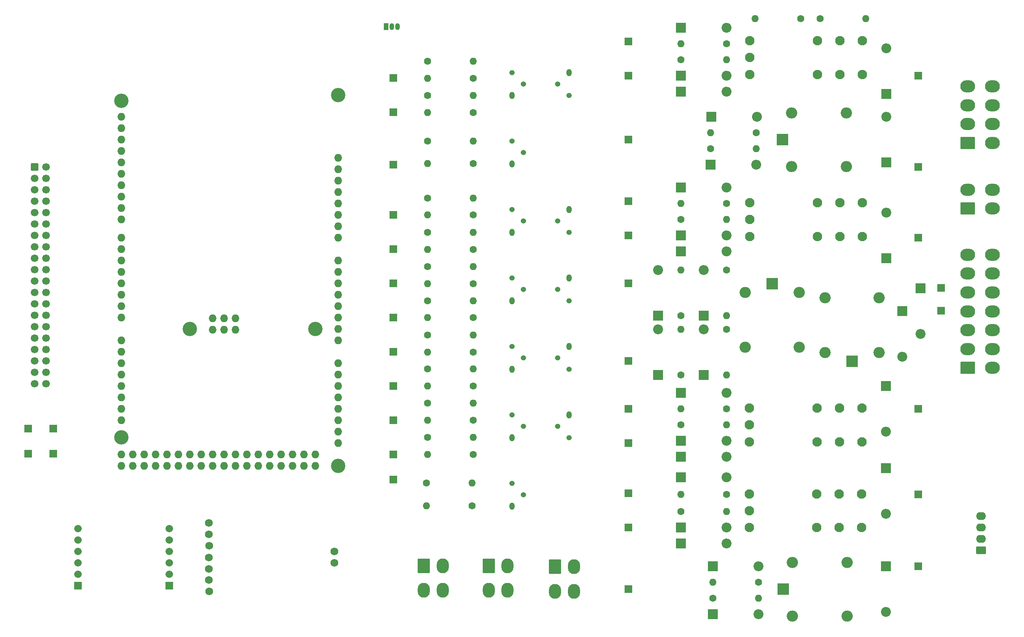
<source format=gbs>
%TF.GenerationSoftware,KiCad,Pcbnew,(6.0.8)*%
%TF.CreationDate,2022-12-04T12:12:00-06:00*%
%TF.ProjectId,Actuator Box,41637475-6174-46f7-9220-426f782e6b69,rev?*%
%TF.SameCoordinates,Original*%
%TF.FileFunction,Soldermask,Bot*%
%TF.FilePolarity,Negative*%
%FSLAX46Y46*%
G04 Gerber Fmt 4.6, Leading zero omitted, Abs format (unit mm)*
G04 Created by KiCad (PCBNEW (6.0.8)) date 2022-12-04 12:12:00*
%MOMM*%
%LPD*%
G01*
G04 APERTURE LIST*
G04 Aperture macros list*
%AMRoundRect*
0 Rectangle with rounded corners*
0 $1 Rounding radius*
0 $2 $3 $4 $5 $6 $7 $8 $9 X,Y pos of 4 corners*
0 Add a 4 corners polygon primitive as box body*
4,1,4,$2,$3,$4,$5,$6,$7,$8,$9,$2,$3,0*
0 Add four circle primitives for the rounded corners*
1,1,$1+$1,$2,$3*
1,1,$1+$1,$4,$5*
1,1,$1+$1,$6,$7*
1,1,$1+$1,$8,$9*
0 Add four rect primitives between the rounded corners*
20,1,$1+$1,$2,$3,$4,$5,0*
20,1,$1+$1,$4,$5,$6,$7,0*
20,1,$1+$1,$6,$7,$8,$9,0*
20,1,$1+$1,$8,$9,$2,$3,0*%
G04 Aperture macros list end*
%ADD10C,3.200000*%
%ADD11O,1.727200X1.727200*%
%ADD12R,2.200000X2.200000*%
%ADD13O,2.200000X2.200000*%
%ADD14O,1.200000X1.600000*%
%ADD15O,1.200000X1.200000*%
%ADD16C,1.600000*%
%ADD17O,1.600000X1.600000*%
%ADD18R,2.500000X2.500000*%
%ADD19O,2.500000X2.500000*%
%ADD20R,1.700000X1.700000*%
%ADD21RoundRect,0.250001X-1.099999X-1.399999X1.099999X-1.399999X1.099999X1.399999X-1.099999X1.399999X0*%
%ADD22O,2.700000X3.300000*%
%ADD23RoundRect,0.250001X1.399999X-1.099999X1.399999X1.099999X-1.399999X1.099999X-1.399999X-1.099999X0*%
%ADD24O,3.300000X2.700000*%
%ADD25C,2.100000*%
%ADD26R,1.665000X1.665000*%
%ADD27C,1.665000*%
%ADD28RoundRect,0.250000X0.845000X-0.620000X0.845000X0.620000X-0.845000X0.620000X-0.845000X-0.620000X0*%
%ADD29O,2.190000X1.740000*%
%ADD30C,1.727200*%
%ADD31RoundRect,0.250000X-0.600000X-0.600000X0.600000X-0.600000X0.600000X0.600000X-0.600000X0.600000X0*%
%ADD32C,1.700000*%
%ADD33R,1.050000X1.500000*%
%ADD34O,1.050000X1.500000*%
G04 APERTURE END LIST*
D10*
%TO.C,XA1*%
X107100500Y-134850000D03*
X140120500Y-82780000D03*
X140120500Y-165330000D03*
X91860500Y-158980000D03*
X135040500Y-134850000D03*
X91860500Y-84050000D03*
D11*
X140120500Y-96750000D03*
X140120500Y-104370000D03*
X140120500Y-106910000D03*
X112180500Y-134977000D03*
X91860500Y-162790000D03*
X91860500Y-165330000D03*
X140120500Y-119610000D03*
X140120500Y-122150000D03*
X140120500Y-124690000D03*
X140120500Y-127230000D03*
X140120500Y-129770000D03*
X140120500Y-132310000D03*
X140120500Y-134850000D03*
X140120500Y-137390000D03*
X140120500Y-142470000D03*
X140120500Y-145010000D03*
X140120500Y-147550000D03*
X140120500Y-150090000D03*
X140120500Y-152630000D03*
X140120500Y-155170000D03*
X140120500Y-157710000D03*
X140120500Y-160250000D03*
X91860500Y-92686000D03*
X91860500Y-132310000D03*
X91860500Y-129770000D03*
X91860500Y-127230000D03*
X91860500Y-124690000D03*
X91860500Y-122150000D03*
X91860500Y-119610000D03*
X91860500Y-117070000D03*
X91860500Y-114530000D03*
X91860500Y-110466000D03*
X91860500Y-107926000D03*
X91860500Y-105386000D03*
X91860500Y-102846000D03*
X91860500Y-100306000D03*
X91860500Y-97766000D03*
X91860500Y-137390000D03*
X91860500Y-139930000D03*
X91860500Y-142470000D03*
X91860500Y-145010000D03*
X91860500Y-147550000D03*
X91860500Y-150090000D03*
X91860500Y-152630000D03*
X91860500Y-155170000D03*
X94400500Y-162790000D03*
X94400500Y-165330000D03*
X96940500Y-162790000D03*
X96940500Y-165330000D03*
X99480500Y-162790000D03*
X99480500Y-165330000D03*
X102020500Y-162790000D03*
X102020500Y-165330000D03*
X104560500Y-162790000D03*
X104560500Y-165330000D03*
X107100500Y-162790000D03*
X107100500Y-165330000D03*
X109640500Y-162790000D03*
X109640500Y-165330000D03*
X112180500Y-162790000D03*
X112180500Y-165330000D03*
X114720500Y-162790000D03*
X114720500Y-165330000D03*
X117260500Y-162790000D03*
X117260500Y-165330000D03*
X119800500Y-162790000D03*
X119800500Y-165330000D03*
X122340500Y-162790000D03*
X122340500Y-165330000D03*
X124880500Y-162790000D03*
X124880500Y-165330000D03*
X127420500Y-162790000D03*
X127420500Y-165330000D03*
X129960500Y-162790000D03*
X129960500Y-165330000D03*
X132500500Y-162790000D03*
X132500500Y-165330000D03*
X91860500Y-95226000D03*
X140120500Y-109450000D03*
X140120500Y-111990000D03*
X117260500Y-134977000D03*
X135040500Y-162790000D03*
X135040500Y-165330000D03*
X140120500Y-99290000D03*
X112180500Y-132437000D03*
X114720500Y-134977000D03*
X140120500Y-101830000D03*
X117260500Y-132437000D03*
X114720500Y-132437000D03*
X91860500Y-87606000D03*
X91860500Y-90146000D03*
X140120500Y-114530000D03*
%TD*%
D12*
%TO.C,D2*%
X223012000Y-98298000D03*
D13*
X233172000Y-98298000D03*
%TD*%
D12*
%TO.C,D31*%
X265684000Y-130885500D03*
D13*
X265684000Y-141045500D03*
%TD*%
D14*
%TO.C,Q7*%
X178816000Y-143800000D03*
D15*
X181356000Y-141260000D03*
X178816000Y-138720000D03*
%TD*%
D16*
%TO.C,R25*%
X170126000Y-139990000D03*
D17*
X159966000Y-139990000D03*
%TD*%
D12*
%TO.C,D30*%
X211328000Y-131901500D03*
D13*
X211328000Y-121741500D03*
%TD*%
D18*
%TO.C,K11*%
X236728000Y-124738000D03*
D19*
X230728000Y-126738000D03*
X230728000Y-138938000D03*
X242728000Y-138938000D03*
X242728000Y-126738000D03*
%TD*%
D20*
%TO.C,REF\u002A\u002A*%
X204724000Y-179070000D03*
%TD*%
%TO.C,REF\u002A\u002A*%
X204724000Y-70866000D03*
%TD*%
D21*
%TO.C,J4*%
X159190000Y-187540000D03*
D22*
X163390000Y-187540000D03*
X159190000Y-193040000D03*
X163390000Y-193040000D03*
%TD*%
D23*
%TO.C,J3*%
X280214000Y-93422000D03*
D24*
X280214000Y-89222000D03*
X280214000Y-85022000D03*
X280214000Y-80822000D03*
X285714000Y-93422000D03*
X285714000Y-89222000D03*
X285714000Y-85022000D03*
X285714000Y-80822000D03*
%TD*%
D25*
%TO.C,K6*%
X231648000Y-179070000D03*
X246648000Y-179070000D03*
X251648000Y-179070000D03*
X256648000Y-179070000D03*
X256648000Y-171570000D03*
X251648000Y-171570000D03*
X246648000Y-171570000D03*
X231648000Y-171570000D03*
X231648000Y-175320000D03*
%TD*%
D12*
%TO.C,D26*%
X262128000Y-82550000D03*
D13*
X262128000Y-72390000D03*
%TD*%
D16*
%TO.C,R19*%
X159966000Y-136180000D03*
D17*
X170126000Y-136180000D03*
%TD*%
D16*
%TO.C,R28*%
X170126000Y-162790000D03*
D17*
X159966000Y-162790000D03*
%TD*%
D21*
%TO.C,J6*%
X188400000Y-187742000D03*
D22*
X192600000Y-187742000D03*
X188400000Y-193242000D03*
X192600000Y-193242000D03*
%TD*%
D20*
%TO.C,REF\u002A\u002A*%
X152400000Y-98298000D03*
%TD*%
D14*
%TO.C,Q5*%
X178816000Y-128560000D03*
D15*
X181356000Y-126020000D03*
X178816000Y-123480000D03*
%TD*%
D26*
%TO.C,IC1*%
X102540000Y-192000000D03*
D27*
X102540000Y-189460000D03*
X102540000Y-186920000D03*
X102540000Y-184380000D03*
X102540000Y-181840000D03*
X102540000Y-179300000D03*
D26*
X82220000Y-192000000D03*
D27*
X82220000Y-189460000D03*
X82220000Y-186920000D03*
X82220000Y-184380000D03*
X82220000Y-181840000D03*
X82220000Y-179300000D03*
%TD*%
D12*
%TO.C,D17*%
X216408000Y-179070000D03*
D13*
X226568000Y-179070000D03*
%TD*%
D12*
%TO.C,D13*%
X216408000Y-182626000D03*
D13*
X226568000Y-182626000D03*
%TD*%
D20*
%TO.C,REF\u002A\u002A*%
X204724000Y-160274000D03*
%TD*%
%TO.C,REF\u002A\u002A*%
X152400000Y-86614000D03*
%TD*%
%TO.C,REF\u002A\u002A*%
X76708000Y-162584000D03*
%TD*%
D16*
%TO.C,R14*%
X216408000Y-110490000D03*
D17*
X226568000Y-110490000D03*
%TD*%
D16*
%TO.C,R21*%
X159966000Y-151360000D03*
D17*
X170126000Y-151360000D03*
%TD*%
D12*
%TO.C,D10*%
X216408000Y-149029000D03*
D13*
X226568000Y-149029000D03*
%TD*%
D16*
%TO.C,R7*%
X223012000Y-94742000D03*
D17*
X233172000Y-94742000D03*
%TD*%
D18*
%TO.C,K2*%
X239000500Y-92710000D03*
D19*
X241000500Y-98710000D03*
X253200500Y-98710000D03*
X253200500Y-86710000D03*
X241000500Y-86710000D03*
%TD*%
D16*
%TO.C,R13*%
X159766000Y-169140000D03*
D17*
X169926000Y-169140000D03*
%TD*%
D20*
%TO.C,REF\u002A\u002A*%
X269240000Y-114554000D03*
%TD*%
D12*
%TO.C,D29*%
X211328000Y-145109500D03*
D13*
X211328000Y-134949500D03*
%TD*%
D16*
%TO.C,R22*%
X159966000Y-158980000D03*
D17*
X170126000Y-158980000D03*
%TD*%
D25*
%TO.C,K5*%
X231670000Y-159960000D03*
X246670000Y-159960000D03*
X251670000Y-159960000D03*
X256670000Y-159960000D03*
X256670000Y-152460000D03*
X251670000Y-152460000D03*
X246670000Y-152460000D03*
X231670000Y-152460000D03*
X231670000Y-156210000D03*
%TD*%
D16*
%TO.C,R5*%
X159966000Y-120940000D03*
D17*
X170126000Y-120940000D03*
%TD*%
D16*
%TO.C,R47*%
X226568000Y-134949500D03*
D17*
X226568000Y-145109500D03*
%TD*%
D12*
%TO.C,D16*%
X216408000Y-159766000D03*
D13*
X226568000Y-159766000D03*
%TD*%
D14*
%TO.C,Q6*%
X191516000Y-123480000D03*
D15*
X188976000Y-126020000D03*
X191516000Y-128560000D03*
%TD*%
D12*
%TO.C,D20*%
X262023000Y-147574000D03*
D13*
X262023000Y-157734000D03*
%TD*%
D16*
%TO.C,R10*%
X170126000Y-117130000D03*
D17*
X159966000Y-117130000D03*
%TD*%
D12*
%TO.C,D1*%
X223204000Y-87621500D03*
D13*
X233364000Y-87621500D03*
%TD*%
D20*
%TO.C,REF\u002A\u002A*%
X204724000Y-114046000D03*
%TD*%
D12*
%TO.C,D25*%
X216408000Y-78486000D03*
D13*
X226568000Y-78486000D03*
%TD*%
D12*
%TO.C,D8*%
X216408000Y-114046000D03*
D13*
X226568000Y-114046000D03*
%TD*%
D16*
%TO.C,R6*%
X159966000Y-128560000D03*
D17*
X170126000Y-128560000D03*
%TD*%
D23*
%TO.C,J7*%
X280214000Y-108018000D03*
D24*
X280214000Y-103818000D03*
X285714000Y-108018000D03*
X285714000Y-103818000D03*
%TD*%
D16*
%TO.C,R41*%
X226568000Y-71374000D03*
D17*
X216408000Y-71374000D03*
%TD*%
D14*
%TO.C,Q4*%
X191516000Y-108240000D03*
D15*
X188976000Y-110780000D03*
X191516000Y-113320000D03*
%TD*%
D20*
%TO.C,REF\u002A\u002A*%
X204724000Y-152654000D03*
%TD*%
D14*
%TO.C,Q3*%
X178816000Y-113320000D03*
D15*
X181356000Y-110780000D03*
X178816000Y-108240000D03*
%TD*%
D20*
%TO.C,REF\u002A\u002A*%
X204724000Y-106426000D03*
%TD*%
%TO.C,REF\u002A\u002A*%
X204724000Y-124714000D03*
%TD*%
%TO.C,REF\u002A\u002A*%
X152400000Y-147574000D03*
%TD*%
%TO.C,REF\u002A\u002A*%
X152400000Y-117094000D03*
%TD*%
D12*
%TO.C,D7*%
X262128000Y-119126000D03*
D13*
X262128000Y-108966000D03*
%TD*%
D20*
%TO.C,REF\u002A\u002A*%
X204724000Y-171450000D03*
%TD*%
D23*
%TO.C,J2*%
X280214000Y-143510000D03*
D24*
X280214000Y-139310000D03*
X280214000Y-135110000D03*
X280214000Y-130910000D03*
X280214000Y-126710000D03*
X280214000Y-122510000D03*
X280214000Y-118310000D03*
X285714000Y-143510000D03*
X285714000Y-139310000D03*
X285714000Y-135110000D03*
X285714000Y-130910000D03*
X285714000Y-126710000D03*
X285714000Y-122510000D03*
X285714000Y-118310000D03*
%TD*%
D14*
%TO.C,Q12*%
X191516000Y-153960000D03*
D15*
X188976000Y-156500000D03*
X191516000Y-159040000D03*
%TD*%
D16*
%TO.C,R12*%
X170126000Y-132310000D03*
D17*
X159966000Y-132310000D03*
%TD*%
D16*
%TO.C,R16*%
X169926000Y-174220000D03*
D17*
X159766000Y-174220000D03*
%TD*%
D16*
%TO.C,R43*%
X226568000Y-171704000D03*
D17*
X216408000Y-171704000D03*
%TD*%
D16*
%TO.C,R42*%
X226568000Y-152654000D03*
D17*
X216408000Y-152654000D03*
%TD*%
D20*
%TO.C,REF\u002A\u002A*%
X274320000Y-125730000D03*
%TD*%
%TO.C,REF\u002A\u002A*%
X76708000Y-156996000D03*
%TD*%
D12*
%TO.C,D12*%
X216408000Y-167894000D03*
D13*
X226568000Y-167894000D03*
%TD*%
D12*
%TO.C,D24*%
X216408000Y-82042000D03*
D13*
X226568000Y-82042000D03*
%TD*%
D16*
%TO.C,R23*%
X223520000Y-194818000D03*
D17*
X233680000Y-194818000D03*
%TD*%
D20*
%TO.C,REF\u002A\u002A*%
X152400000Y-78994000D03*
%TD*%
%TO.C,REF\u002A\u002A*%
X152400000Y-109474000D03*
%TD*%
D28*
%TO.C,M1*%
X283230000Y-184150000D03*
D29*
X283230000Y-181610000D03*
X283230000Y-179070000D03*
X283230000Y-176530000D03*
%TD*%
D16*
%TO.C,R45*%
X216408000Y-145109500D03*
D17*
X216408000Y-134949500D03*
%TD*%
D20*
%TO.C,REF\u002A\u002A*%
X204724000Y-92710000D03*
%TD*%
D16*
%TO.C,R9*%
X170126000Y-109450000D03*
D17*
X159966000Y-109450000D03*
%TD*%
D20*
%TO.C,REF\u002A\u002A*%
X269240000Y-187706000D03*
%TD*%
D16*
%TO.C,R2*%
X170126000Y-98020000D03*
D17*
X159966000Y-98020000D03*
%TD*%
D16*
%TO.C,R36*%
X170126000Y-79030000D03*
D17*
X159966000Y-79030000D03*
%TD*%
D14*
%TO.C,Q2*%
X178816000Y-174280000D03*
D15*
X181356000Y-171740000D03*
X178816000Y-169200000D03*
%TD*%
D12*
%TO.C,D4*%
X216408000Y-117602000D03*
D13*
X226568000Y-117602000D03*
%TD*%
D16*
%TO.C,R20*%
X159966000Y-143740000D03*
D17*
X170126000Y-143740000D03*
%TD*%
D12*
%TO.C,D15*%
X262128000Y-97790000D03*
D13*
X262128000Y-87630000D03*
%TD*%
D16*
%TO.C,R4*%
X159966000Y-113320000D03*
D17*
X170126000Y-113320000D03*
%TD*%
D12*
%TO.C,D21*%
X262023000Y-165862000D03*
D13*
X262023000Y-176022000D03*
%TD*%
D16*
%TO.C,R11*%
X170126000Y-124750000D03*
D17*
X159966000Y-124750000D03*
%TD*%
D16*
%TO.C,R38*%
X243078000Y-65786000D03*
D17*
X232918000Y-65786000D03*
%TD*%
D14*
%TO.C,Q8*%
X191516000Y-138720000D03*
D15*
X188976000Y-141260000D03*
X191516000Y-143800000D03*
%TD*%
D12*
%TO.C,D11*%
X216408000Y-163322000D03*
D13*
X226568000Y-163322000D03*
%TD*%
D12*
%TO.C,D23*%
X216408000Y-67818000D03*
D13*
X226568000Y-67818000D03*
%TD*%
D20*
%TO.C,REF\u002A\u002A*%
X269240000Y-98806000D03*
%TD*%
D16*
%TO.C,R32*%
X216408000Y-175514000D03*
D17*
X226568000Y-175514000D03*
%TD*%
D16*
%TO.C,R34*%
X159966000Y-75220000D03*
D17*
X170126000Y-75220000D03*
%TD*%
D25*
%TO.C,K3*%
X231753000Y-114240000D03*
X246753000Y-114240000D03*
X251753000Y-114240000D03*
X256753000Y-114240000D03*
X256753000Y-106740000D03*
X251753000Y-106740000D03*
X246753000Y-106740000D03*
X231753000Y-106740000D03*
X231753000Y-110490000D03*
%TD*%
D16*
%TO.C,R40*%
X216408000Y-74930000D03*
D17*
X226568000Y-74930000D03*
%TD*%
D16*
%TO.C,R3*%
X159966000Y-105700000D03*
D17*
X170126000Y-105700000D03*
%TD*%
D20*
%TO.C,REF\u002A\u002A*%
X152400000Y-132334000D03*
%TD*%
D25*
%TO.C,K1*%
X231753000Y-78172000D03*
X246753000Y-78172000D03*
X251753000Y-78172000D03*
X256753000Y-78172000D03*
X256753000Y-70672000D03*
X251753000Y-70672000D03*
X246753000Y-70672000D03*
X231753000Y-70672000D03*
X231753000Y-74422000D03*
%TD*%
D16*
%TO.C,R17*%
X226568000Y-106934000D03*
D17*
X216408000Y-106934000D03*
%TD*%
D20*
%TO.C,REF\u002A\u002A*%
X274320000Y-130810000D03*
%TD*%
%TO.C,REF\u002A\u002A*%
X204724000Y-192786000D03*
%TD*%
%TO.C,REF\u002A\u002A*%
X152400000Y-162814000D03*
%TD*%
D16*
%TO.C,R27*%
X170126000Y-155170000D03*
D17*
X159966000Y-155170000D03*
%TD*%
D12*
%TO.C,D5*%
X221488000Y-131901500D03*
D13*
X221488000Y-121741500D03*
%TD*%
D20*
%TO.C,REF\u002A\u002A*%
X71120000Y-162584000D03*
%TD*%
D12*
%TO.C,D19*%
X223520000Y-198374000D03*
D13*
X233680000Y-198374000D03*
%TD*%
D20*
%TO.C,REF\u002A\u002A*%
X204724000Y-141986000D03*
%TD*%
D14*
%TO.C,Q10*%
X191516000Y-77760000D03*
D15*
X188976000Y-80300000D03*
X191516000Y-82840000D03*
%TD*%
D20*
%TO.C,REF\u002A\u002A*%
X204724000Y-78486000D03*
%TD*%
D16*
%TO.C,R8*%
X233172000Y-91186000D03*
D17*
X223012000Y-91186000D03*
%TD*%
D20*
%TO.C,REF\u002A\u002A*%
X269240000Y-78486000D03*
%TD*%
%TO.C,REF\u002A\u002A*%
X269240000Y-171704000D03*
%TD*%
D30*
%TO.C,CM1*%
X111390978Y-193279957D03*
X111359022Y-190730000D03*
X111343754Y-188222945D03*
X111343754Y-185682945D03*
X111374290Y-183077055D03*
X111359022Y-180570000D03*
X111359022Y-178030000D03*
X139299022Y-186920000D03*
X139299022Y-184380000D03*
%TD*%
D14*
%TO.C,Q11*%
X178816000Y-159040000D03*
D15*
X181356000Y-156500000D03*
X178816000Y-153960000D03*
%TD*%
D16*
%TO.C,R35*%
X159966000Y-82840000D03*
D17*
X170126000Y-82840000D03*
%TD*%
D20*
%TO.C,REF\u002A\u002A*%
X152400000Y-139954000D03*
%TD*%
%TO.C,REF\u002A\u002A*%
X71120000Y-156996000D03*
%TD*%
D12*
%TO.C,D32*%
X269748000Y-125805500D03*
D13*
X269748000Y-135965500D03*
%TD*%
D16*
%TO.C,R31*%
X216408000Y-156210000D03*
D17*
X226568000Y-156210000D03*
%TD*%
D20*
%TO.C,REF\u002A\u002A*%
X152400000Y-155194000D03*
%TD*%
D16*
%TO.C,R37*%
X170126000Y-86650000D03*
D17*
X159966000Y-86650000D03*
%TD*%
D16*
%TO.C,R46*%
X216408000Y-131901500D03*
D17*
X216408000Y-121741500D03*
%TD*%
D31*
%TO.C,J5*%
X72568000Y-98806000D03*
D32*
X75108000Y-98806000D03*
X72568000Y-101346000D03*
X75108000Y-101346000D03*
X72568000Y-103886000D03*
X75108000Y-103886000D03*
X72568000Y-106426000D03*
X75108000Y-106426000D03*
X72568000Y-108966000D03*
X75108000Y-108966000D03*
X72568000Y-111506000D03*
X75108000Y-111506000D03*
X72568000Y-114046000D03*
X75108000Y-114046000D03*
X72568000Y-116586000D03*
X75108000Y-116586000D03*
X72568000Y-119126000D03*
X75108000Y-119126000D03*
X72568000Y-121666000D03*
X75108000Y-121666000D03*
X72568000Y-124206000D03*
X75108000Y-124206000D03*
X72568000Y-126746000D03*
X75108000Y-126746000D03*
X72568000Y-129286000D03*
X75108000Y-129286000D03*
X72568000Y-131826000D03*
X75108000Y-131826000D03*
X72568000Y-134366000D03*
X75108000Y-134366000D03*
X72568000Y-136906000D03*
X75108000Y-136906000D03*
X72568000Y-139446000D03*
X75108000Y-139446000D03*
X72568000Y-141986000D03*
X75108000Y-141986000D03*
X72568000Y-144526000D03*
X75108000Y-144526000D03*
X72568000Y-147066000D03*
X75108000Y-147066000D03*
%TD*%
D16*
%TO.C,R26*%
X170126000Y-147550000D03*
D17*
X159966000Y-147550000D03*
%TD*%
D12*
%TO.C,D3*%
X216408000Y-103378000D03*
D13*
X226568000Y-103378000D03*
%TD*%
D20*
%TO.C,REF\u002A\u002A*%
X269240000Y-152654000D03*
%TD*%
D16*
%TO.C,R24*%
X233680000Y-191262000D03*
D17*
X223520000Y-191262000D03*
%TD*%
D20*
%TO.C,REF\u002A\u002A*%
X152400000Y-168402000D03*
%TD*%
D12*
%TO.C,D22*%
X262023000Y-187706000D03*
D13*
X262023000Y-197866000D03*
%TD*%
D12*
%TO.C,D18*%
X223520000Y-187706000D03*
D13*
X233680000Y-187706000D03*
%TD*%
D21*
%TO.C,J1*%
X173600000Y-187540000D03*
D22*
X177800000Y-187540000D03*
X173600000Y-193040000D03*
X177800000Y-193040000D03*
%TD*%
D33*
%TO.C,U1*%
X150800000Y-67540000D03*
D34*
X152070000Y-67540000D03*
X153340000Y-67540000D03*
%TD*%
D16*
%TO.C,R48*%
X226568000Y-121741500D03*
D17*
X226568000Y-131901500D03*
%TD*%
D16*
%TO.C,R39*%
X247396000Y-65786000D03*
D17*
X257556000Y-65786000D03*
%TD*%
D12*
%TO.C,D6*%
X221488000Y-145109500D03*
D13*
X221488000Y-134949500D03*
%TD*%
D20*
%TO.C,REF\u002A\u002A*%
X152400000Y-124714000D03*
%TD*%
D16*
%TO.C,R1*%
X159966000Y-93000000D03*
D17*
X170126000Y-93000000D03*
%TD*%
D18*
%TO.C,K7*%
X239171500Y-192786000D03*
D19*
X241171500Y-198786000D03*
X253371500Y-198786000D03*
X253371500Y-186786000D03*
X241171500Y-186786000D03*
%TD*%
D18*
%TO.C,K10*%
X254508000Y-142061500D03*
D19*
X260508000Y-140061500D03*
X260508000Y-127861500D03*
X248508000Y-127861500D03*
X248508000Y-140061500D03*
%TD*%
D14*
%TO.C,Q9*%
X178816000Y-82840000D03*
D15*
X181356000Y-80300000D03*
X178816000Y-77760000D03*
%TD*%
D14*
%TO.C,Q1*%
X178816000Y-98080000D03*
D15*
X181356000Y-95540000D03*
X178816000Y-93000000D03*
%TD*%
M02*

</source>
